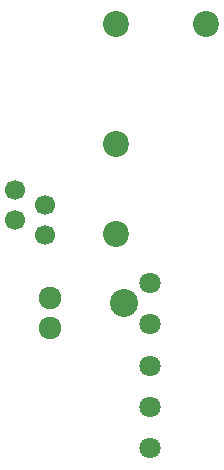
<source format=gbs>
G04 #@! TF.GenerationSoftware,KiCad,Pcbnew,5.0.0-fee4fd1~66~ubuntu18.04.1*
G04 #@! TF.CreationDate,2019-04-11T10:46:02-04:00*
G04 #@! TF.ProjectId,IMD_v1,494D445F76312E6B696361645F706362,rev?*
G04 #@! TF.SameCoordinates,Original*
G04 #@! TF.FileFunction,Soldermask,Bot*
G04 #@! TF.FilePolarity,Negative*
%FSLAX46Y46*%
G04 Gerber Fmt 4.6, Leading zero omitted, Abs format (unit mm)*
G04 Created by KiCad (PCBNEW 5.0.0-fee4fd1~66~ubuntu18.04.1) date Thu Apr 11 10:46:02 2019*
%MOMM*%
%LPD*%
G01*
G04 APERTURE LIST*
%ADD10C,2.200000*%
%ADD11C,1.700000*%
%ADD12C,1.797000*%
%ADD13C,2.381000*%
%ADD14C,1.924000*%
G04 APERTURE END LIST*
D10*
G04 #@! TO.C,K1*
X104013000Y-69977000D03*
X104013000Y-80137000D03*
X104013000Y-87757000D03*
X111633000Y-69977000D03*
G04 #@! TD*
D11*
G04 #@! TO.C,J1*
X95504000Y-86614000D03*
X95504000Y-84074000D03*
X98044000Y-85344000D03*
X98044000Y-87884000D03*
G04 #@! TD*
D12*
G04 #@! TO.C,U1*
X106934000Y-95405000D03*
X106934000Y-91905000D03*
D13*
X104704000Y-93655000D03*
D12*
X106934000Y-98905000D03*
X106934000Y-102405000D03*
X106934000Y-105905000D03*
G04 #@! TD*
D14*
G04 #@! TO.C,J2*
X98425000Y-95758000D03*
X98425000Y-93218000D03*
G04 #@! TD*
M02*

</source>
